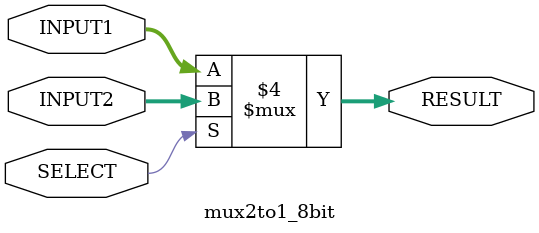
<source format=v>
/*
Author - W M D U Thilakarathna
Reg No - E/16/366
*/

module mux2to1_8bit(INPUT1, INPUT2, RESULT, SELECT);
    input [7:0] INPUT1, INPUT2; //declare inputs of the module
    input SELECT;               //declare inputs
    output reg [7:0] RESULT;    //declare outputs

    always @(*)
    begin
      if (SELECT == 1'b0)  //selecting according to the select signal
            RESULT = INPUT1;
      else 
            RESULT = INPUT2;
    end

endmodule
</source>
